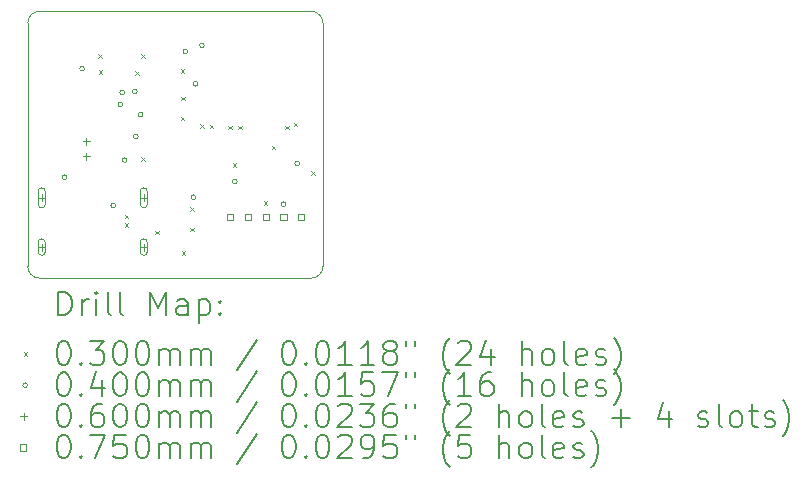
<source format=gbr>
%TF.GenerationSoftware,KiCad,Pcbnew,8.0.2*%
%TF.CreationDate,2024-05-27T23:47:05-07:00*%
%TF.ProjectId,uSlime,75536c69-6d65-42e6-9b69-6361645f7063,rev?*%
%TF.SameCoordinates,Original*%
%TF.FileFunction,Drillmap*%
%TF.FilePolarity,Positive*%
%FSLAX45Y45*%
G04 Gerber Fmt 4.5, Leading zero omitted, Abs format (unit mm)*
G04 Created by KiCad (PCBNEW 8.0.2) date 2024-05-27 23:47:05*
%MOMM*%
%LPD*%
G01*
G04 APERTURE LIST*
%ADD10C,0.050000*%
%ADD11C,0.200000*%
%ADD12C,0.100000*%
G04 APERTURE END LIST*
D10*
X12464289Y-8935711D02*
X10165000Y-8935000D01*
X10165000Y-11195000D02*
X12465000Y-11195000D01*
X12565000Y-11095000D02*
X12564289Y-9035711D01*
X10065000Y-9035000D02*
G75*
G02*
X10165000Y-8935000I100000J0D01*
G01*
X10065000Y-9035000D02*
X10065000Y-11095000D01*
X10165000Y-11195000D02*
G75*
G02*
X10065000Y-11095000I0J100000D01*
G01*
X12464289Y-8935711D02*
G75*
G02*
X12564289Y-9035711I1J-99999D01*
G01*
X12565000Y-11095000D02*
G75*
G02*
X12465000Y-11195000I-100000J0D01*
G01*
D11*
D12*
X10662700Y-9301036D02*
X10692700Y-9331036D01*
X10692700Y-9301036D02*
X10662700Y-9331036D01*
X10665000Y-9435000D02*
X10695000Y-9465000D01*
X10695000Y-9435000D02*
X10665000Y-9465000D01*
X10885000Y-10660000D02*
X10915000Y-10690000D01*
X10915000Y-10660000D02*
X10885000Y-10690000D01*
X10885000Y-10730000D02*
X10915000Y-10760000D01*
X10915000Y-10730000D02*
X10885000Y-10760000D01*
X10975000Y-9445000D02*
X11005000Y-9475000D01*
X11005000Y-9445000D02*
X10975000Y-9475000D01*
X11025250Y-10171563D02*
X11055250Y-10201563D01*
X11055250Y-10171563D02*
X11025250Y-10201563D01*
X11025300Y-9297700D02*
X11055300Y-9327700D01*
X11055300Y-9297700D02*
X11025300Y-9327700D01*
X11145000Y-10795000D02*
X11175000Y-10825000D01*
X11175000Y-10795000D02*
X11145000Y-10825000D01*
X11360000Y-9425000D02*
X11390000Y-9455000D01*
X11390000Y-9425000D02*
X11360000Y-9455000D01*
X11361700Y-9826700D02*
X11391700Y-9856700D01*
X11391700Y-9826700D02*
X11361700Y-9856700D01*
X11365000Y-9660000D02*
X11395000Y-9690000D01*
X11395000Y-9660000D02*
X11365000Y-9690000D01*
X11370000Y-10965000D02*
X11400000Y-10995000D01*
X11400000Y-10965000D02*
X11370000Y-10995000D01*
X11440000Y-10595000D02*
X11470000Y-10625000D01*
X11470000Y-10595000D02*
X11440000Y-10625000D01*
X11440000Y-10770000D02*
X11470000Y-10800000D01*
X11470000Y-10770000D02*
X11440000Y-10800000D01*
X11525403Y-9890403D02*
X11555403Y-9920403D01*
X11555403Y-9890403D02*
X11525403Y-9920403D01*
X11605000Y-9896422D02*
X11635000Y-9926422D01*
X11635000Y-9896422D02*
X11605000Y-9926422D01*
X11761700Y-9903300D02*
X11791700Y-9933300D01*
X11791700Y-9903300D02*
X11761700Y-9933300D01*
X11802000Y-10223000D02*
X11832000Y-10253000D01*
X11832000Y-10223000D02*
X11802000Y-10253000D01*
X11845000Y-9905000D02*
X11875000Y-9935000D01*
X11875000Y-9905000D02*
X11845000Y-9935000D01*
X12064500Y-10545500D02*
X12094500Y-10575500D01*
X12094500Y-10545500D02*
X12064500Y-10575500D01*
X12130495Y-10072598D02*
X12160495Y-10102598D01*
X12160495Y-10072598D02*
X12130495Y-10102598D01*
X12245000Y-9902700D02*
X12275000Y-9932700D01*
X12275000Y-9902700D02*
X12245000Y-9932700D01*
X12317500Y-9877500D02*
X12347500Y-9907500D01*
X12347500Y-9877500D02*
X12317500Y-9907500D01*
X12467463Y-10290224D02*
X12497463Y-10320224D01*
X12497463Y-10290224D02*
X12467463Y-10320224D01*
X10395000Y-10340000D02*
G75*
G02*
X10355000Y-10340000I-20000J0D01*
G01*
X10355000Y-10340000D02*
G75*
G02*
X10395000Y-10340000I20000J0D01*
G01*
X10545000Y-9422500D02*
G75*
G02*
X10505000Y-9422500I-20000J0D01*
G01*
X10505000Y-9422500D02*
G75*
G02*
X10545000Y-9422500I20000J0D01*
G01*
X10810000Y-10580000D02*
G75*
G02*
X10770000Y-10580000I-20000J0D01*
G01*
X10770000Y-10580000D02*
G75*
G02*
X10810000Y-10580000I20000J0D01*
G01*
X10870000Y-9725000D02*
G75*
G02*
X10830000Y-9725000I-20000J0D01*
G01*
X10830000Y-9725000D02*
G75*
G02*
X10870000Y-9725000I20000J0D01*
G01*
X10885000Y-9625000D02*
G75*
G02*
X10845000Y-9625000I-20000J0D01*
G01*
X10845000Y-9625000D02*
G75*
G02*
X10885000Y-9625000I20000J0D01*
G01*
X10905000Y-10195000D02*
G75*
G02*
X10865000Y-10195000I-20000J0D01*
G01*
X10865000Y-10195000D02*
G75*
G02*
X10905000Y-10195000I20000J0D01*
G01*
X10991833Y-9614860D02*
G75*
G02*
X10951833Y-9614860I-20000J0D01*
G01*
X10951833Y-9614860D02*
G75*
G02*
X10991833Y-9614860I20000J0D01*
G01*
X11000000Y-9995000D02*
G75*
G02*
X10960000Y-9995000I-20000J0D01*
G01*
X10960000Y-9995000D02*
G75*
G02*
X11000000Y-9995000I20000J0D01*
G01*
X11040000Y-9810000D02*
G75*
G02*
X11000000Y-9810000I-20000J0D01*
G01*
X11000000Y-9810000D02*
G75*
G02*
X11040000Y-9810000I20000J0D01*
G01*
X11420000Y-9275000D02*
G75*
G02*
X11380000Y-9275000I-20000J0D01*
G01*
X11380000Y-9275000D02*
G75*
G02*
X11420000Y-9275000I20000J0D01*
G01*
X11487160Y-10510000D02*
G75*
G02*
X11447160Y-10510000I-20000J0D01*
G01*
X11447160Y-10510000D02*
G75*
G02*
X11487160Y-10510000I20000J0D01*
G01*
X11505000Y-9550000D02*
G75*
G02*
X11465000Y-9550000I-20000J0D01*
G01*
X11465000Y-9550000D02*
G75*
G02*
X11505000Y-9550000I20000J0D01*
G01*
X11560000Y-9225000D02*
G75*
G02*
X11520000Y-9225000I-20000J0D01*
G01*
X11520000Y-9225000D02*
G75*
G02*
X11560000Y-9225000I20000J0D01*
G01*
X11837700Y-10375000D02*
G75*
G02*
X11797700Y-10375000I-20000J0D01*
G01*
X11797700Y-10375000D02*
G75*
G02*
X11837700Y-10375000I20000J0D01*
G01*
X12250000Y-10567700D02*
G75*
G02*
X12210000Y-10567700I-20000J0D01*
G01*
X12210000Y-10567700D02*
G75*
G02*
X12250000Y-10567700I20000J0D01*
G01*
X12366494Y-10226122D02*
G75*
G02*
X12326494Y-10226122I-20000J0D01*
G01*
X12326494Y-10226122D02*
G75*
G02*
X12366494Y-10226122I20000J0D01*
G01*
X10183000Y-10484500D02*
X10183000Y-10544500D01*
X10153000Y-10514500D02*
X10213000Y-10514500D01*
X10153000Y-10459500D02*
X10153000Y-10569500D01*
X10213000Y-10569500D02*
G75*
G02*
X10153000Y-10569500I-30000J0D01*
G01*
X10213000Y-10569500D02*
X10213000Y-10459500D01*
X10213000Y-10459500D02*
G75*
G03*
X10153000Y-10459500I-30000J0D01*
G01*
X10183000Y-10902500D02*
X10183000Y-10962500D01*
X10153000Y-10932500D02*
X10213000Y-10932500D01*
X10153000Y-10892500D02*
X10153000Y-10972500D01*
X10213000Y-10972500D02*
G75*
G02*
X10153000Y-10972500I-30000J0D01*
G01*
X10213000Y-10972500D02*
X10213000Y-10892500D01*
X10213000Y-10892500D02*
G75*
G03*
X10153000Y-10892500I-30000J0D01*
G01*
X10561900Y-10007500D02*
X10561900Y-10067500D01*
X10531900Y-10037500D02*
X10591900Y-10037500D01*
X10561900Y-10132500D02*
X10561900Y-10192500D01*
X10531900Y-10162500D02*
X10591900Y-10162500D01*
X11047000Y-10484500D02*
X11047000Y-10544500D01*
X11017000Y-10514500D02*
X11077000Y-10514500D01*
X11017000Y-10459500D02*
X11017000Y-10569500D01*
X11077000Y-10569500D02*
G75*
G02*
X11017000Y-10569500I-30000J0D01*
G01*
X11077000Y-10569500D02*
X11077000Y-10459500D01*
X11077000Y-10459500D02*
G75*
G03*
X11017000Y-10459500I-30000J0D01*
G01*
X11047000Y-10902500D02*
X11047000Y-10962500D01*
X11017000Y-10932500D02*
X11077000Y-10932500D01*
X11017000Y-10892500D02*
X11017000Y-10972500D01*
X11077000Y-10972500D02*
G75*
G02*
X11017000Y-10972500I-30000J0D01*
G01*
X11077000Y-10972500D02*
X11077000Y-10892500D01*
X11077000Y-10892500D02*
G75*
G03*
X11017000Y-10892500I-30000J0D01*
G01*
X11806017Y-10706517D02*
X11806017Y-10653483D01*
X11752983Y-10653483D01*
X11752983Y-10706517D01*
X11806017Y-10706517D01*
X11956017Y-10706517D02*
X11956017Y-10653483D01*
X11902983Y-10653483D01*
X11902983Y-10706517D01*
X11956017Y-10706517D01*
X12106017Y-10706517D02*
X12106017Y-10653483D01*
X12052983Y-10653483D01*
X12052983Y-10706517D01*
X12106017Y-10706517D01*
X12256017Y-10706517D02*
X12256017Y-10653483D01*
X12202983Y-10653483D01*
X12202983Y-10706517D01*
X12256017Y-10706517D01*
X12406017Y-10706517D02*
X12406017Y-10653483D01*
X12352983Y-10653483D01*
X12352983Y-10706517D01*
X12406017Y-10706517D01*
D11*
X10323277Y-11508984D02*
X10323277Y-11308984D01*
X10323277Y-11308984D02*
X10370896Y-11308984D01*
X10370896Y-11308984D02*
X10399467Y-11318508D01*
X10399467Y-11318508D02*
X10418515Y-11337555D01*
X10418515Y-11337555D02*
X10428039Y-11356603D01*
X10428039Y-11356603D02*
X10437563Y-11394698D01*
X10437563Y-11394698D02*
X10437563Y-11423269D01*
X10437563Y-11423269D02*
X10428039Y-11461365D01*
X10428039Y-11461365D02*
X10418515Y-11480412D01*
X10418515Y-11480412D02*
X10399467Y-11499460D01*
X10399467Y-11499460D02*
X10370896Y-11508984D01*
X10370896Y-11508984D02*
X10323277Y-11508984D01*
X10523277Y-11508984D02*
X10523277Y-11375650D01*
X10523277Y-11413746D02*
X10532801Y-11394698D01*
X10532801Y-11394698D02*
X10542324Y-11385174D01*
X10542324Y-11385174D02*
X10561372Y-11375650D01*
X10561372Y-11375650D02*
X10580420Y-11375650D01*
X10647086Y-11508984D02*
X10647086Y-11375650D01*
X10647086Y-11308984D02*
X10637563Y-11318508D01*
X10637563Y-11318508D02*
X10647086Y-11328031D01*
X10647086Y-11328031D02*
X10656610Y-11318508D01*
X10656610Y-11318508D02*
X10647086Y-11308984D01*
X10647086Y-11308984D02*
X10647086Y-11328031D01*
X10770896Y-11508984D02*
X10751848Y-11499460D01*
X10751848Y-11499460D02*
X10742324Y-11480412D01*
X10742324Y-11480412D02*
X10742324Y-11308984D01*
X10875658Y-11508984D02*
X10856610Y-11499460D01*
X10856610Y-11499460D02*
X10847086Y-11480412D01*
X10847086Y-11480412D02*
X10847086Y-11308984D01*
X11104229Y-11508984D02*
X11104229Y-11308984D01*
X11104229Y-11308984D02*
X11170896Y-11451841D01*
X11170896Y-11451841D02*
X11237562Y-11308984D01*
X11237562Y-11308984D02*
X11237562Y-11508984D01*
X11418515Y-11508984D02*
X11418515Y-11404222D01*
X11418515Y-11404222D02*
X11408991Y-11385174D01*
X11408991Y-11385174D02*
X11389943Y-11375650D01*
X11389943Y-11375650D02*
X11351848Y-11375650D01*
X11351848Y-11375650D02*
X11332801Y-11385174D01*
X11418515Y-11499460D02*
X11399467Y-11508984D01*
X11399467Y-11508984D02*
X11351848Y-11508984D01*
X11351848Y-11508984D02*
X11332801Y-11499460D01*
X11332801Y-11499460D02*
X11323277Y-11480412D01*
X11323277Y-11480412D02*
X11323277Y-11461365D01*
X11323277Y-11461365D02*
X11332801Y-11442317D01*
X11332801Y-11442317D02*
X11351848Y-11432793D01*
X11351848Y-11432793D02*
X11399467Y-11432793D01*
X11399467Y-11432793D02*
X11418515Y-11423269D01*
X11513753Y-11375650D02*
X11513753Y-11575650D01*
X11513753Y-11385174D02*
X11532801Y-11375650D01*
X11532801Y-11375650D02*
X11570896Y-11375650D01*
X11570896Y-11375650D02*
X11589943Y-11385174D01*
X11589943Y-11385174D02*
X11599467Y-11394698D01*
X11599467Y-11394698D02*
X11608991Y-11413746D01*
X11608991Y-11413746D02*
X11608991Y-11470888D01*
X11608991Y-11470888D02*
X11599467Y-11489936D01*
X11599467Y-11489936D02*
X11589943Y-11499460D01*
X11589943Y-11499460D02*
X11570896Y-11508984D01*
X11570896Y-11508984D02*
X11532801Y-11508984D01*
X11532801Y-11508984D02*
X11513753Y-11499460D01*
X11694705Y-11489936D02*
X11704229Y-11499460D01*
X11704229Y-11499460D02*
X11694705Y-11508984D01*
X11694705Y-11508984D02*
X11685182Y-11499460D01*
X11685182Y-11499460D02*
X11694705Y-11489936D01*
X11694705Y-11489936D02*
X11694705Y-11508984D01*
X11694705Y-11385174D02*
X11704229Y-11394698D01*
X11704229Y-11394698D02*
X11694705Y-11404222D01*
X11694705Y-11404222D02*
X11685182Y-11394698D01*
X11685182Y-11394698D02*
X11694705Y-11385174D01*
X11694705Y-11385174D02*
X11694705Y-11404222D01*
D12*
X10032500Y-11822500D02*
X10062500Y-11852500D01*
X10062500Y-11822500D02*
X10032500Y-11852500D01*
D11*
X10361372Y-11728984D02*
X10380420Y-11728984D01*
X10380420Y-11728984D02*
X10399467Y-11738508D01*
X10399467Y-11738508D02*
X10408991Y-11748031D01*
X10408991Y-11748031D02*
X10418515Y-11767079D01*
X10418515Y-11767079D02*
X10428039Y-11805174D01*
X10428039Y-11805174D02*
X10428039Y-11852793D01*
X10428039Y-11852793D02*
X10418515Y-11890888D01*
X10418515Y-11890888D02*
X10408991Y-11909936D01*
X10408991Y-11909936D02*
X10399467Y-11919460D01*
X10399467Y-11919460D02*
X10380420Y-11928984D01*
X10380420Y-11928984D02*
X10361372Y-11928984D01*
X10361372Y-11928984D02*
X10342324Y-11919460D01*
X10342324Y-11919460D02*
X10332801Y-11909936D01*
X10332801Y-11909936D02*
X10323277Y-11890888D01*
X10323277Y-11890888D02*
X10313753Y-11852793D01*
X10313753Y-11852793D02*
X10313753Y-11805174D01*
X10313753Y-11805174D02*
X10323277Y-11767079D01*
X10323277Y-11767079D02*
X10332801Y-11748031D01*
X10332801Y-11748031D02*
X10342324Y-11738508D01*
X10342324Y-11738508D02*
X10361372Y-11728984D01*
X10513753Y-11909936D02*
X10523277Y-11919460D01*
X10523277Y-11919460D02*
X10513753Y-11928984D01*
X10513753Y-11928984D02*
X10504229Y-11919460D01*
X10504229Y-11919460D02*
X10513753Y-11909936D01*
X10513753Y-11909936D02*
X10513753Y-11928984D01*
X10589944Y-11728984D02*
X10713753Y-11728984D01*
X10713753Y-11728984D02*
X10647086Y-11805174D01*
X10647086Y-11805174D02*
X10675658Y-11805174D01*
X10675658Y-11805174D02*
X10694705Y-11814698D01*
X10694705Y-11814698D02*
X10704229Y-11824222D01*
X10704229Y-11824222D02*
X10713753Y-11843269D01*
X10713753Y-11843269D02*
X10713753Y-11890888D01*
X10713753Y-11890888D02*
X10704229Y-11909936D01*
X10704229Y-11909936D02*
X10694705Y-11919460D01*
X10694705Y-11919460D02*
X10675658Y-11928984D01*
X10675658Y-11928984D02*
X10618515Y-11928984D01*
X10618515Y-11928984D02*
X10599467Y-11919460D01*
X10599467Y-11919460D02*
X10589944Y-11909936D01*
X10837563Y-11728984D02*
X10856610Y-11728984D01*
X10856610Y-11728984D02*
X10875658Y-11738508D01*
X10875658Y-11738508D02*
X10885182Y-11748031D01*
X10885182Y-11748031D02*
X10894705Y-11767079D01*
X10894705Y-11767079D02*
X10904229Y-11805174D01*
X10904229Y-11805174D02*
X10904229Y-11852793D01*
X10904229Y-11852793D02*
X10894705Y-11890888D01*
X10894705Y-11890888D02*
X10885182Y-11909936D01*
X10885182Y-11909936D02*
X10875658Y-11919460D01*
X10875658Y-11919460D02*
X10856610Y-11928984D01*
X10856610Y-11928984D02*
X10837563Y-11928984D01*
X10837563Y-11928984D02*
X10818515Y-11919460D01*
X10818515Y-11919460D02*
X10808991Y-11909936D01*
X10808991Y-11909936D02*
X10799467Y-11890888D01*
X10799467Y-11890888D02*
X10789944Y-11852793D01*
X10789944Y-11852793D02*
X10789944Y-11805174D01*
X10789944Y-11805174D02*
X10799467Y-11767079D01*
X10799467Y-11767079D02*
X10808991Y-11748031D01*
X10808991Y-11748031D02*
X10818515Y-11738508D01*
X10818515Y-11738508D02*
X10837563Y-11728984D01*
X11028039Y-11728984D02*
X11047086Y-11728984D01*
X11047086Y-11728984D02*
X11066134Y-11738508D01*
X11066134Y-11738508D02*
X11075658Y-11748031D01*
X11075658Y-11748031D02*
X11085182Y-11767079D01*
X11085182Y-11767079D02*
X11094705Y-11805174D01*
X11094705Y-11805174D02*
X11094705Y-11852793D01*
X11094705Y-11852793D02*
X11085182Y-11890888D01*
X11085182Y-11890888D02*
X11075658Y-11909936D01*
X11075658Y-11909936D02*
X11066134Y-11919460D01*
X11066134Y-11919460D02*
X11047086Y-11928984D01*
X11047086Y-11928984D02*
X11028039Y-11928984D01*
X11028039Y-11928984D02*
X11008991Y-11919460D01*
X11008991Y-11919460D02*
X10999467Y-11909936D01*
X10999467Y-11909936D02*
X10989944Y-11890888D01*
X10989944Y-11890888D02*
X10980420Y-11852793D01*
X10980420Y-11852793D02*
X10980420Y-11805174D01*
X10980420Y-11805174D02*
X10989944Y-11767079D01*
X10989944Y-11767079D02*
X10999467Y-11748031D01*
X10999467Y-11748031D02*
X11008991Y-11738508D01*
X11008991Y-11738508D02*
X11028039Y-11728984D01*
X11180420Y-11928984D02*
X11180420Y-11795650D01*
X11180420Y-11814698D02*
X11189943Y-11805174D01*
X11189943Y-11805174D02*
X11208991Y-11795650D01*
X11208991Y-11795650D02*
X11237563Y-11795650D01*
X11237563Y-11795650D02*
X11256610Y-11805174D01*
X11256610Y-11805174D02*
X11266134Y-11824222D01*
X11266134Y-11824222D02*
X11266134Y-11928984D01*
X11266134Y-11824222D02*
X11275658Y-11805174D01*
X11275658Y-11805174D02*
X11294705Y-11795650D01*
X11294705Y-11795650D02*
X11323277Y-11795650D01*
X11323277Y-11795650D02*
X11342324Y-11805174D01*
X11342324Y-11805174D02*
X11351848Y-11824222D01*
X11351848Y-11824222D02*
X11351848Y-11928984D01*
X11447086Y-11928984D02*
X11447086Y-11795650D01*
X11447086Y-11814698D02*
X11456610Y-11805174D01*
X11456610Y-11805174D02*
X11475658Y-11795650D01*
X11475658Y-11795650D02*
X11504229Y-11795650D01*
X11504229Y-11795650D02*
X11523277Y-11805174D01*
X11523277Y-11805174D02*
X11532801Y-11824222D01*
X11532801Y-11824222D02*
X11532801Y-11928984D01*
X11532801Y-11824222D02*
X11542324Y-11805174D01*
X11542324Y-11805174D02*
X11561372Y-11795650D01*
X11561372Y-11795650D02*
X11589943Y-11795650D01*
X11589943Y-11795650D02*
X11608991Y-11805174D01*
X11608991Y-11805174D02*
X11618515Y-11824222D01*
X11618515Y-11824222D02*
X11618515Y-11928984D01*
X12008991Y-11719460D02*
X11837563Y-11976603D01*
X12266134Y-11728984D02*
X12285182Y-11728984D01*
X12285182Y-11728984D02*
X12304229Y-11738508D01*
X12304229Y-11738508D02*
X12313753Y-11748031D01*
X12313753Y-11748031D02*
X12323277Y-11767079D01*
X12323277Y-11767079D02*
X12332801Y-11805174D01*
X12332801Y-11805174D02*
X12332801Y-11852793D01*
X12332801Y-11852793D02*
X12323277Y-11890888D01*
X12323277Y-11890888D02*
X12313753Y-11909936D01*
X12313753Y-11909936D02*
X12304229Y-11919460D01*
X12304229Y-11919460D02*
X12285182Y-11928984D01*
X12285182Y-11928984D02*
X12266134Y-11928984D01*
X12266134Y-11928984D02*
X12247086Y-11919460D01*
X12247086Y-11919460D02*
X12237563Y-11909936D01*
X12237563Y-11909936D02*
X12228039Y-11890888D01*
X12228039Y-11890888D02*
X12218515Y-11852793D01*
X12218515Y-11852793D02*
X12218515Y-11805174D01*
X12218515Y-11805174D02*
X12228039Y-11767079D01*
X12228039Y-11767079D02*
X12237563Y-11748031D01*
X12237563Y-11748031D02*
X12247086Y-11738508D01*
X12247086Y-11738508D02*
X12266134Y-11728984D01*
X12418515Y-11909936D02*
X12428039Y-11919460D01*
X12428039Y-11919460D02*
X12418515Y-11928984D01*
X12418515Y-11928984D02*
X12408991Y-11919460D01*
X12408991Y-11919460D02*
X12418515Y-11909936D01*
X12418515Y-11909936D02*
X12418515Y-11928984D01*
X12551848Y-11728984D02*
X12570896Y-11728984D01*
X12570896Y-11728984D02*
X12589944Y-11738508D01*
X12589944Y-11738508D02*
X12599467Y-11748031D01*
X12599467Y-11748031D02*
X12608991Y-11767079D01*
X12608991Y-11767079D02*
X12618515Y-11805174D01*
X12618515Y-11805174D02*
X12618515Y-11852793D01*
X12618515Y-11852793D02*
X12608991Y-11890888D01*
X12608991Y-11890888D02*
X12599467Y-11909936D01*
X12599467Y-11909936D02*
X12589944Y-11919460D01*
X12589944Y-11919460D02*
X12570896Y-11928984D01*
X12570896Y-11928984D02*
X12551848Y-11928984D01*
X12551848Y-11928984D02*
X12532801Y-11919460D01*
X12532801Y-11919460D02*
X12523277Y-11909936D01*
X12523277Y-11909936D02*
X12513753Y-11890888D01*
X12513753Y-11890888D02*
X12504229Y-11852793D01*
X12504229Y-11852793D02*
X12504229Y-11805174D01*
X12504229Y-11805174D02*
X12513753Y-11767079D01*
X12513753Y-11767079D02*
X12523277Y-11748031D01*
X12523277Y-11748031D02*
X12532801Y-11738508D01*
X12532801Y-11738508D02*
X12551848Y-11728984D01*
X12808991Y-11928984D02*
X12694706Y-11928984D01*
X12751848Y-11928984D02*
X12751848Y-11728984D01*
X12751848Y-11728984D02*
X12732801Y-11757555D01*
X12732801Y-11757555D02*
X12713753Y-11776603D01*
X12713753Y-11776603D02*
X12694706Y-11786127D01*
X12999467Y-11928984D02*
X12885182Y-11928984D01*
X12942325Y-11928984D02*
X12942325Y-11728984D01*
X12942325Y-11728984D02*
X12923277Y-11757555D01*
X12923277Y-11757555D02*
X12904229Y-11776603D01*
X12904229Y-11776603D02*
X12885182Y-11786127D01*
X13113753Y-11814698D02*
X13094706Y-11805174D01*
X13094706Y-11805174D02*
X13085182Y-11795650D01*
X13085182Y-11795650D02*
X13075658Y-11776603D01*
X13075658Y-11776603D02*
X13075658Y-11767079D01*
X13075658Y-11767079D02*
X13085182Y-11748031D01*
X13085182Y-11748031D02*
X13094706Y-11738508D01*
X13094706Y-11738508D02*
X13113753Y-11728984D01*
X13113753Y-11728984D02*
X13151848Y-11728984D01*
X13151848Y-11728984D02*
X13170896Y-11738508D01*
X13170896Y-11738508D02*
X13180420Y-11748031D01*
X13180420Y-11748031D02*
X13189944Y-11767079D01*
X13189944Y-11767079D02*
X13189944Y-11776603D01*
X13189944Y-11776603D02*
X13180420Y-11795650D01*
X13180420Y-11795650D02*
X13170896Y-11805174D01*
X13170896Y-11805174D02*
X13151848Y-11814698D01*
X13151848Y-11814698D02*
X13113753Y-11814698D01*
X13113753Y-11814698D02*
X13094706Y-11824222D01*
X13094706Y-11824222D02*
X13085182Y-11833746D01*
X13085182Y-11833746D02*
X13075658Y-11852793D01*
X13075658Y-11852793D02*
X13075658Y-11890888D01*
X13075658Y-11890888D02*
X13085182Y-11909936D01*
X13085182Y-11909936D02*
X13094706Y-11919460D01*
X13094706Y-11919460D02*
X13113753Y-11928984D01*
X13113753Y-11928984D02*
X13151848Y-11928984D01*
X13151848Y-11928984D02*
X13170896Y-11919460D01*
X13170896Y-11919460D02*
X13180420Y-11909936D01*
X13180420Y-11909936D02*
X13189944Y-11890888D01*
X13189944Y-11890888D02*
X13189944Y-11852793D01*
X13189944Y-11852793D02*
X13180420Y-11833746D01*
X13180420Y-11833746D02*
X13170896Y-11824222D01*
X13170896Y-11824222D02*
X13151848Y-11814698D01*
X13266134Y-11728984D02*
X13266134Y-11767079D01*
X13342325Y-11728984D02*
X13342325Y-11767079D01*
X13637563Y-12005174D02*
X13628039Y-11995650D01*
X13628039Y-11995650D02*
X13608991Y-11967079D01*
X13608991Y-11967079D02*
X13599468Y-11948031D01*
X13599468Y-11948031D02*
X13589944Y-11919460D01*
X13589944Y-11919460D02*
X13580420Y-11871841D01*
X13580420Y-11871841D02*
X13580420Y-11833746D01*
X13580420Y-11833746D02*
X13589944Y-11786127D01*
X13589944Y-11786127D02*
X13599468Y-11757555D01*
X13599468Y-11757555D02*
X13608991Y-11738508D01*
X13608991Y-11738508D02*
X13628039Y-11709936D01*
X13628039Y-11709936D02*
X13637563Y-11700412D01*
X13704229Y-11748031D02*
X13713753Y-11738508D01*
X13713753Y-11738508D02*
X13732801Y-11728984D01*
X13732801Y-11728984D02*
X13780420Y-11728984D01*
X13780420Y-11728984D02*
X13799468Y-11738508D01*
X13799468Y-11738508D02*
X13808991Y-11748031D01*
X13808991Y-11748031D02*
X13818515Y-11767079D01*
X13818515Y-11767079D02*
X13818515Y-11786127D01*
X13818515Y-11786127D02*
X13808991Y-11814698D01*
X13808991Y-11814698D02*
X13694706Y-11928984D01*
X13694706Y-11928984D02*
X13818515Y-11928984D01*
X13989944Y-11795650D02*
X13989944Y-11928984D01*
X13942325Y-11719460D02*
X13894706Y-11862317D01*
X13894706Y-11862317D02*
X14018515Y-11862317D01*
X14247087Y-11928984D02*
X14247087Y-11728984D01*
X14332801Y-11928984D02*
X14332801Y-11824222D01*
X14332801Y-11824222D02*
X14323277Y-11805174D01*
X14323277Y-11805174D02*
X14304230Y-11795650D01*
X14304230Y-11795650D02*
X14275658Y-11795650D01*
X14275658Y-11795650D02*
X14256610Y-11805174D01*
X14256610Y-11805174D02*
X14247087Y-11814698D01*
X14456610Y-11928984D02*
X14437563Y-11919460D01*
X14437563Y-11919460D02*
X14428039Y-11909936D01*
X14428039Y-11909936D02*
X14418515Y-11890888D01*
X14418515Y-11890888D02*
X14418515Y-11833746D01*
X14418515Y-11833746D02*
X14428039Y-11814698D01*
X14428039Y-11814698D02*
X14437563Y-11805174D01*
X14437563Y-11805174D02*
X14456610Y-11795650D01*
X14456610Y-11795650D02*
X14485182Y-11795650D01*
X14485182Y-11795650D02*
X14504230Y-11805174D01*
X14504230Y-11805174D02*
X14513753Y-11814698D01*
X14513753Y-11814698D02*
X14523277Y-11833746D01*
X14523277Y-11833746D02*
X14523277Y-11890888D01*
X14523277Y-11890888D02*
X14513753Y-11909936D01*
X14513753Y-11909936D02*
X14504230Y-11919460D01*
X14504230Y-11919460D02*
X14485182Y-11928984D01*
X14485182Y-11928984D02*
X14456610Y-11928984D01*
X14637563Y-11928984D02*
X14618515Y-11919460D01*
X14618515Y-11919460D02*
X14608991Y-11900412D01*
X14608991Y-11900412D02*
X14608991Y-11728984D01*
X14789944Y-11919460D02*
X14770896Y-11928984D01*
X14770896Y-11928984D02*
X14732801Y-11928984D01*
X14732801Y-11928984D02*
X14713753Y-11919460D01*
X14713753Y-11919460D02*
X14704230Y-11900412D01*
X14704230Y-11900412D02*
X14704230Y-11824222D01*
X14704230Y-11824222D02*
X14713753Y-11805174D01*
X14713753Y-11805174D02*
X14732801Y-11795650D01*
X14732801Y-11795650D02*
X14770896Y-11795650D01*
X14770896Y-11795650D02*
X14789944Y-11805174D01*
X14789944Y-11805174D02*
X14799468Y-11824222D01*
X14799468Y-11824222D02*
X14799468Y-11843269D01*
X14799468Y-11843269D02*
X14704230Y-11862317D01*
X14875658Y-11919460D02*
X14894706Y-11928984D01*
X14894706Y-11928984D02*
X14932801Y-11928984D01*
X14932801Y-11928984D02*
X14951849Y-11919460D01*
X14951849Y-11919460D02*
X14961372Y-11900412D01*
X14961372Y-11900412D02*
X14961372Y-11890888D01*
X14961372Y-11890888D02*
X14951849Y-11871841D01*
X14951849Y-11871841D02*
X14932801Y-11862317D01*
X14932801Y-11862317D02*
X14904230Y-11862317D01*
X14904230Y-11862317D02*
X14885182Y-11852793D01*
X14885182Y-11852793D02*
X14875658Y-11833746D01*
X14875658Y-11833746D02*
X14875658Y-11824222D01*
X14875658Y-11824222D02*
X14885182Y-11805174D01*
X14885182Y-11805174D02*
X14904230Y-11795650D01*
X14904230Y-11795650D02*
X14932801Y-11795650D01*
X14932801Y-11795650D02*
X14951849Y-11805174D01*
X15028039Y-12005174D02*
X15037563Y-11995650D01*
X15037563Y-11995650D02*
X15056611Y-11967079D01*
X15056611Y-11967079D02*
X15066134Y-11948031D01*
X15066134Y-11948031D02*
X15075658Y-11919460D01*
X15075658Y-11919460D02*
X15085182Y-11871841D01*
X15085182Y-11871841D02*
X15085182Y-11833746D01*
X15085182Y-11833746D02*
X15075658Y-11786127D01*
X15075658Y-11786127D02*
X15066134Y-11757555D01*
X15066134Y-11757555D02*
X15056611Y-11738508D01*
X15056611Y-11738508D02*
X15037563Y-11709936D01*
X15037563Y-11709936D02*
X15028039Y-11700412D01*
D12*
X10062500Y-12101500D02*
G75*
G02*
X10022500Y-12101500I-20000J0D01*
G01*
X10022500Y-12101500D02*
G75*
G02*
X10062500Y-12101500I20000J0D01*
G01*
D11*
X10361372Y-11992984D02*
X10380420Y-11992984D01*
X10380420Y-11992984D02*
X10399467Y-12002508D01*
X10399467Y-12002508D02*
X10408991Y-12012031D01*
X10408991Y-12012031D02*
X10418515Y-12031079D01*
X10418515Y-12031079D02*
X10428039Y-12069174D01*
X10428039Y-12069174D02*
X10428039Y-12116793D01*
X10428039Y-12116793D02*
X10418515Y-12154888D01*
X10418515Y-12154888D02*
X10408991Y-12173936D01*
X10408991Y-12173936D02*
X10399467Y-12183460D01*
X10399467Y-12183460D02*
X10380420Y-12192984D01*
X10380420Y-12192984D02*
X10361372Y-12192984D01*
X10361372Y-12192984D02*
X10342324Y-12183460D01*
X10342324Y-12183460D02*
X10332801Y-12173936D01*
X10332801Y-12173936D02*
X10323277Y-12154888D01*
X10323277Y-12154888D02*
X10313753Y-12116793D01*
X10313753Y-12116793D02*
X10313753Y-12069174D01*
X10313753Y-12069174D02*
X10323277Y-12031079D01*
X10323277Y-12031079D02*
X10332801Y-12012031D01*
X10332801Y-12012031D02*
X10342324Y-12002508D01*
X10342324Y-12002508D02*
X10361372Y-11992984D01*
X10513753Y-12173936D02*
X10523277Y-12183460D01*
X10523277Y-12183460D02*
X10513753Y-12192984D01*
X10513753Y-12192984D02*
X10504229Y-12183460D01*
X10504229Y-12183460D02*
X10513753Y-12173936D01*
X10513753Y-12173936D02*
X10513753Y-12192984D01*
X10694705Y-12059650D02*
X10694705Y-12192984D01*
X10647086Y-11983460D02*
X10599467Y-12126317D01*
X10599467Y-12126317D02*
X10723277Y-12126317D01*
X10837563Y-11992984D02*
X10856610Y-11992984D01*
X10856610Y-11992984D02*
X10875658Y-12002508D01*
X10875658Y-12002508D02*
X10885182Y-12012031D01*
X10885182Y-12012031D02*
X10894705Y-12031079D01*
X10894705Y-12031079D02*
X10904229Y-12069174D01*
X10904229Y-12069174D02*
X10904229Y-12116793D01*
X10904229Y-12116793D02*
X10894705Y-12154888D01*
X10894705Y-12154888D02*
X10885182Y-12173936D01*
X10885182Y-12173936D02*
X10875658Y-12183460D01*
X10875658Y-12183460D02*
X10856610Y-12192984D01*
X10856610Y-12192984D02*
X10837563Y-12192984D01*
X10837563Y-12192984D02*
X10818515Y-12183460D01*
X10818515Y-12183460D02*
X10808991Y-12173936D01*
X10808991Y-12173936D02*
X10799467Y-12154888D01*
X10799467Y-12154888D02*
X10789944Y-12116793D01*
X10789944Y-12116793D02*
X10789944Y-12069174D01*
X10789944Y-12069174D02*
X10799467Y-12031079D01*
X10799467Y-12031079D02*
X10808991Y-12012031D01*
X10808991Y-12012031D02*
X10818515Y-12002508D01*
X10818515Y-12002508D02*
X10837563Y-11992984D01*
X11028039Y-11992984D02*
X11047086Y-11992984D01*
X11047086Y-11992984D02*
X11066134Y-12002508D01*
X11066134Y-12002508D02*
X11075658Y-12012031D01*
X11075658Y-12012031D02*
X11085182Y-12031079D01*
X11085182Y-12031079D02*
X11094705Y-12069174D01*
X11094705Y-12069174D02*
X11094705Y-12116793D01*
X11094705Y-12116793D02*
X11085182Y-12154888D01*
X11085182Y-12154888D02*
X11075658Y-12173936D01*
X11075658Y-12173936D02*
X11066134Y-12183460D01*
X11066134Y-12183460D02*
X11047086Y-12192984D01*
X11047086Y-12192984D02*
X11028039Y-12192984D01*
X11028039Y-12192984D02*
X11008991Y-12183460D01*
X11008991Y-12183460D02*
X10999467Y-12173936D01*
X10999467Y-12173936D02*
X10989944Y-12154888D01*
X10989944Y-12154888D02*
X10980420Y-12116793D01*
X10980420Y-12116793D02*
X10980420Y-12069174D01*
X10980420Y-12069174D02*
X10989944Y-12031079D01*
X10989944Y-12031079D02*
X10999467Y-12012031D01*
X10999467Y-12012031D02*
X11008991Y-12002508D01*
X11008991Y-12002508D02*
X11028039Y-11992984D01*
X11180420Y-12192984D02*
X11180420Y-12059650D01*
X11180420Y-12078698D02*
X11189943Y-12069174D01*
X11189943Y-12069174D02*
X11208991Y-12059650D01*
X11208991Y-12059650D02*
X11237563Y-12059650D01*
X11237563Y-12059650D02*
X11256610Y-12069174D01*
X11256610Y-12069174D02*
X11266134Y-12088222D01*
X11266134Y-12088222D02*
X11266134Y-12192984D01*
X11266134Y-12088222D02*
X11275658Y-12069174D01*
X11275658Y-12069174D02*
X11294705Y-12059650D01*
X11294705Y-12059650D02*
X11323277Y-12059650D01*
X11323277Y-12059650D02*
X11342324Y-12069174D01*
X11342324Y-12069174D02*
X11351848Y-12088222D01*
X11351848Y-12088222D02*
X11351848Y-12192984D01*
X11447086Y-12192984D02*
X11447086Y-12059650D01*
X11447086Y-12078698D02*
X11456610Y-12069174D01*
X11456610Y-12069174D02*
X11475658Y-12059650D01*
X11475658Y-12059650D02*
X11504229Y-12059650D01*
X11504229Y-12059650D02*
X11523277Y-12069174D01*
X11523277Y-12069174D02*
X11532801Y-12088222D01*
X11532801Y-12088222D02*
X11532801Y-12192984D01*
X11532801Y-12088222D02*
X11542324Y-12069174D01*
X11542324Y-12069174D02*
X11561372Y-12059650D01*
X11561372Y-12059650D02*
X11589943Y-12059650D01*
X11589943Y-12059650D02*
X11608991Y-12069174D01*
X11608991Y-12069174D02*
X11618515Y-12088222D01*
X11618515Y-12088222D02*
X11618515Y-12192984D01*
X12008991Y-11983460D02*
X11837563Y-12240603D01*
X12266134Y-11992984D02*
X12285182Y-11992984D01*
X12285182Y-11992984D02*
X12304229Y-12002508D01*
X12304229Y-12002508D02*
X12313753Y-12012031D01*
X12313753Y-12012031D02*
X12323277Y-12031079D01*
X12323277Y-12031079D02*
X12332801Y-12069174D01*
X12332801Y-12069174D02*
X12332801Y-12116793D01*
X12332801Y-12116793D02*
X12323277Y-12154888D01*
X12323277Y-12154888D02*
X12313753Y-12173936D01*
X12313753Y-12173936D02*
X12304229Y-12183460D01*
X12304229Y-12183460D02*
X12285182Y-12192984D01*
X12285182Y-12192984D02*
X12266134Y-12192984D01*
X12266134Y-12192984D02*
X12247086Y-12183460D01*
X12247086Y-12183460D02*
X12237563Y-12173936D01*
X12237563Y-12173936D02*
X12228039Y-12154888D01*
X12228039Y-12154888D02*
X12218515Y-12116793D01*
X12218515Y-12116793D02*
X12218515Y-12069174D01*
X12218515Y-12069174D02*
X12228039Y-12031079D01*
X12228039Y-12031079D02*
X12237563Y-12012031D01*
X12237563Y-12012031D02*
X12247086Y-12002508D01*
X12247086Y-12002508D02*
X12266134Y-11992984D01*
X12418515Y-12173936D02*
X12428039Y-12183460D01*
X12428039Y-12183460D02*
X12418515Y-12192984D01*
X12418515Y-12192984D02*
X12408991Y-12183460D01*
X12408991Y-12183460D02*
X12418515Y-12173936D01*
X12418515Y-12173936D02*
X12418515Y-12192984D01*
X12551848Y-11992984D02*
X12570896Y-11992984D01*
X12570896Y-11992984D02*
X12589944Y-12002508D01*
X12589944Y-12002508D02*
X12599467Y-12012031D01*
X12599467Y-12012031D02*
X12608991Y-12031079D01*
X12608991Y-12031079D02*
X12618515Y-12069174D01*
X12618515Y-12069174D02*
X12618515Y-12116793D01*
X12618515Y-12116793D02*
X12608991Y-12154888D01*
X12608991Y-12154888D02*
X12599467Y-12173936D01*
X12599467Y-12173936D02*
X12589944Y-12183460D01*
X12589944Y-12183460D02*
X12570896Y-12192984D01*
X12570896Y-12192984D02*
X12551848Y-12192984D01*
X12551848Y-12192984D02*
X12532801Y-12183460D01*
X12532801Y-12183460D02*
X12523277Y-12173936D01*
X12523277Y-12173936D02*
X12513753Y-12154888D01*
X12513753Y-12154888D02*
X12504229Y-12116793D01*
X12504229Y-12116793D02*
X12504229Y-12069174D01*
X12504229Y-12069174D02*
X12513753Y-12031079D01*
X12513753Y-12031079D02*
X12523277Y-12012031D01*
X12523277Y-12012031D02*
X12532801Y-12002508D01*
X12532801Y-12002508D02*
X12551848Y-11992984D01*
X12808991Y-12192984D02*
X12694706Y-12192984D01*
X12751848Y-12192984D02*
X12751848Y-11992984D01*
X12751848Y-11992984D02*
X12732801Y-12021555D01*
X12732801Y-12021555D02*
X12713753Y-12040603D01*
X12713753Y-12040603D02*
X12694706Y-12050127D01*
X12989944Y-11992984D02*
X12894706Y-11992984D01*
X12894706Y-11992984D02*
X12885182Y-12088222D01*
X12885182Y-12088222D02*
X12894706Y-12078698D01*
X12894706Y-12078698D02*
X12913753Y-12069174D01*
X12913753Y-12069174D02*
X12961372Y-12069174D01*
X12961372Y-12069174D02*
X12980420Y-12078698D01*
X12980420Y-12078698D02*
X12989944Y-12088222D01*
X12989944Y-12088222D02*
X12999467Y-12107269D01*
X12999467Y-12107269D02*
X12999467Y-12154888D01*
X12999467Y-12154888D02*
X12989944Y-12173936D01*
X12989944Y-12173936D02*
X12980420Y-12183460D01*
X12980420Y-12183460D02*
X12961372Y-12192984D01*
X12961372Y-12192984D02*
X12913753Y-12192984D01*
X12913753Y-12192984D02*
X12894706Y-12183460D01*
X12894706Y-12183460D02*
X12885182Y-12173936D01*
X13066134Y-11992984D02*
X13199467Y-11992984D01*
X13199467Y-11992984D02*
X13113753Y-12192984D01*
X13266134Y-11992984D02*
X13266134Y-12031079D01*
X13342325Y-11992984D02*
X13342325Y-12031079D01*
X13637563Y-12269174D02*
X13628039Y-12259650D01*
X13628039Y-12259650D02*
X13608991Y-12231079D01*
X13608991Y-12231079D02*
X13599468Y-12212031D01*
X13599468Y-12212031D02*
X13589944Y-12183460D01*
X13589944Y-12183460D02*
X13580420Y-12135841D01*
X13580420Y-12135841D02*
X13580420Y-12097746D01*
X13580420Y-12097746D02*
X13589944Y-12050127D01*
X13589944Y-12050127D02*
X13599468Y-12021555D01*
X13599468Y-12021555D02*
X13608991Y-12002508D01*
X13608991Y-12002508D02*
X13628039Y-11973936D01*
X13628039Y-11973936D02*
X13637563Y-11964412D01*
X13818515Y-12192984D02*
X13704229Y-12192984D01*
X13761372Y-12192984D02*
X13761372Y-11992984D01*
X13761372Y-11992984D02*
X13742325Y-12021555D01*
X13742325Y-12021555D02*
X13723277Y-12040603D01*
X13723277Y-12040603D02*
X13704229Y-12050127D01*
X13989944Y-11992984D02*
X13951848Y-11992984D01*
X13951848Y-11992984D02*
X13932801Y-12002508D01*
X13932801Y-12002508D02*
X13923277Y-12012031D01*
X13923277Y-12012031D02*
X13904229Y-12040603D01*
X13904229Y-12040603D02*
X13894706Y-12078698D01*
X13894706Y-12078698D02*
X13894706Y-12154888D01*
X13894706Y-12154888D02*
X13904229Y-12173936D01*
X13904229Y-12173936D02*
X13913753Y-12183460D01*
X13913753Y-12183460D02*
X13932801Y-12192984D01*
X13932801Y-12192984D02*
X13970896Y-12192984D01*
X13970896Y-12192984D02*
X13989944Y-12183460D01*
X13989944Y-12183460D02*
X13999468Y-12173936D01*
X13999468Y-12173936D02*
X14008991Y-12154888D01*
X14008991Y-12154888D02*
X14008991Y-12107269D01*
X14008991Y-12107269D02*
X13999468Y-12088222D01*
X13999468Y-12088222D02*
X13989944Y-12078698D01*
X13989944Y-12078698D02*
X13970896Y-12069174D01*
X13970896Y-12069174D02*
X13932801Y-12069174D01*
X13932801Y-12069174D02*
X13913753Y-12078698D01*
X13913753Y-12078698D02*
X13904229Y-12088222D01*
X13904229Y-12088222D02*
X13894706Y-12107269D01*
X14247087Y-12192984D02*
X14247087Y-11992984D01*
X14332801Y-12192984D02*
X14332801Y-12088222D01*
X14332801Y-12088222D02*
X14323277Y-12069174D01*
X14323277Y-12069174D02*
X14304230Y-12059650D01*
X14304230Y-12059650D02*
X14275658Y-12059650D01*
X14275658Y-12059650D02*
X14256610Y-12069174D01*
X14256610Y-12069174D02*
X14247087Y-12078698D01*
X14456610Y-12192984D02*
X14437563Y-12183460D01*
X14437563Y-12183460D02*
X14428039Y-12173936D01*
X14428039Y-12173936D02*
X14418515Y-12154888D01*
X14418515Y-12154888D02*
X14418515Y-12097746D01*
X14418515Y-12097746D02*
X14428039Y-12078698D01*
X14428039Y-12078698D02*
X14437563Y-12069174D01*
X14437563Y-12069174D02*
X14456610Y-12059650D01*
X14456610Y-12059650D02*
X14485182Y-12059650D01*
X14485182Y-12059650D02*
X14504230Y-12069174D01*
X14504230Y-12069174D02*
X14513753Y-12078698D01*
X14513753Y-12078698D02*
X14523277Y-12097746D01*
X14523277Y-12097746D02*
X14523277Y-12154888D01*
X14523277Y-12154888D02*
X14513753Y-12173936D01*
X14513753Y-12173936D02*
X14504230Y-12183460D01*
X14504230Y-12183460D02*
X14485182Y-12192984D01*
X14485182Y-12192984D02*
X14456610Y-12192984D01*
X14637563Y-12192984D02*
X14618515Y-12183460D01*
X14618515Y-12183460D02*
X14608991Y-12164412D01*
X14608991Y-12164412D02*
X14608991Y-11992984D01*
X14789944Y-12183460D02*
X14770896Y-12192984D01*
X14770896Y-12192984D02*
X14732801Y-12192984D01*
X14732801Y-12192984D02*
X14713753Y-12183460D01*
X14713753Y-12183460D02*
X14704230Y-12164412D01*
X14704230Y-12164412D02*
X14704230Y-12088222D01*
X14704230Y-12088222D02*
X14713753Y-12069174D01*
X14713753Y-12069174D02*
X14732801Y-12059650D01*
X14732801Y-12059650D02*
X14770896Y-12059650D01*
X14770896Y-12059650D02*
X14789944Y-12069174D01*
X14789944Y-12069174D02*
X14799468Y-12088222D01*
X14799468Y-12088222D02*
X14799468Y-12107269D01*
X14799468Y-12107269D02*
X14704230Y-12126317D01*
X14875658Y-12183460D02*
X14894706Y-12192984D01*
X14894706Y-12192984D02*
X14932801Y-12192984D01*
X14932801Y-12192984D02*
X14951849Y-12183460D01*
X14951849Y-12183460D02*
X14961372Y-12164412D01*
X14961372Y-12164412D02*
X14961372Y-12154888D01*
X14961372Y-12154888D02*
X14951849Y-12135841D01*
X14951849Y-12135841D02*
X14932801Y-12126317D01*
X14932801Y-12126317D02*
X14904230Y-12126317D01*
X14904230Y-12126317D02*
X14885182Y-12116793D01*
X14885182Y-12116793D02*
X14875658Y-12097746D01*
X14875658Y-12097746D02*
X14875658Y-12088222D01*
X14875658Y-12088222D02*
X14885182Y-12069174D01*
X14885182Y-12069174D02*
X14904230Y-12059650D01*
X14904230Y-12059650D02*
X14932801Y-12059650D01*
X14932801Y-12059650D02*
X14951849Y-12069174D01*
X15028039Y-12269174D02*
X15037563Y-12259650D01*
X15037563Y-12259650D02*
X15056611Y-12231079D01*
X15056611Y-12231079D02*
X15066134Y-12212031D01*
X15066134Y-12212031D02*
X15075658Y-12183460D01*
X15075658Y-12183460D02*
X15085182Y-12135841D01*
X15085182Y-12135841D02*
X15085182Y-12097746D01*
X15085182Y-12097746D02*
X15075658Y-12050127D01*
X15075658Y-12050127D02*
X15066134Y-12021555D01*
X15066134Y-12021555D02*
X15056611Y-12002508D01*
X15056611Y-12002508D02*
X15037563Y-11973936D01*
X15037563Y-11973936D02*
X15028039Y-11964412D01*
D12*
X10032500Y-12335500D02*
X10032500Y-12395500D01*
X10002500Y-12365500D02*
X10062500Y-12365500D01*
D11*
X10361372Y-12256984D02*
X10380420Y-12256984D01*
X10380420Y-12256984D02*
X10399467Y-12266508D01*
X10399467Y-12266508D02*
X10408991Y-12276031D01*
X10408991Y-12276031D02*
X10418515Y-12295079D01*
X10418515Y-12295079D02*
X10428039Y-12333174D01*
X10428039Y-12333174D02*
X10428039Y-12380793D01*
X10428039Y-12380793D02*
X10418515Y-12418888D01*
X10418515Y-12418888D02*
X10408991Y-12437936D01*
X10408991Y-12437936D02*
X10399467Y-12447460D01*
X10399467Y-12447460D02*
X10380420Y-12456984D01*
X10380420Y-12456984D02*
X10361372Y-12456984D01*
X10361372Y-12456984D02*
X10342324Y-12447460D01*
X10342324Y-12447460D02*
X10332801Y-12437936D01*
X10332801Y-12437936D02*
X10323277Y-12418888D01*
X10323277Y-12418888D02*
X10313753Y-12380793D01*
X10313753Y-12380793D02*
X10313753Y-12333174D01*
X10313753Y-12333174D02*
X10323277Y-12295079D01*
X10323277Y-12295079D02*
X10332801Y-12276031D01*
X10332801Y-12276031D02*
X10342324Y-12266508D01*
X10342324Y-12266508D02*
X10361372Y-12256984D01*
X10513753Y-12437936D02*
X10523277Y-12447460D01*
X10523277Y-12447460D02*
X10513753Y-12456984D01*
X10513753Y-12456984D02*
X10504229Y-12447460D01*
X10504229Y-12447460D02*
X10513753Y-12437936D01*
X10513753Y-12437936D02*
X10513753Y-12456984D01*
X10694705Y-12256984D02*
X10656610Y-12256984D01*
X10656610Y-12256984D02*
X10637563Y-12266508D01*
X10637563Y-12266508D02*
X10628039Y-12276031D01*
X10628039Y-12276031D02*
X10608991Y-12304603D01*
X10608991Y-12304603D02*
X10599467Y-12342698D01*
X10599467Y-12342698D02*
X10599467Y-12418888D01*
X10599467Y-12418888D02*
X10608991Y-12437936D01*
X10608991Y-12437936D02*
X10618515Y-12447460D01*
X10618515Y-12447460D02*
X10637563Y-12456984D01*
X10637563Y-12456984D02*
X10675658Y-12456984D01*
X10675658Y-12456984D02*
X10694705Y-12447460D01*
X10694705Y-12447460D02*
X10704229Y-12437936D01*
X10704229Y-12437936D02*
X10713753Y-12418888D01*
X10713753Y-12418888D02*
X10713753Y-12371269D01*
X10713753Y-12371269D02*
X10704229Y-12352222D01*
X10704229Y-12352222D02*
X10694705Y-12342698D01*
X10694705Y-12342698D02*
X10675658Y-12333174D01*
X10675658Y-12333174D02*
X10637563Y-12333174D01*
X10637563Y-12333174D02*
X10618515Y-12342698D01*
X10618515Y-12342698D02*
X10608991Y-12352222D01*
X10608991Y-12352222D02*
X10599467Y-12371269D01*
X10837563Y-12256984D02*
X10856610Y-12256984D01*
X10856610Y-12256984D02*
X10875658Y-12266508D01*
X10875658Y-12266508D02*
X10885182Y-12276031D01*
X10885182Y-12276031D02*
X10894705Y-12295079D01*
X10894705Y-12295079D02*
X10904229Y-12333174D01*
X10904229Y-12333174D02*
X10904229Y-12380793D01*
X10904229Y-12380793D02*
X10894705Y-12418888D01*
X10894705Y-12418888D02*
X10885182Y-12437936D01*
X10885182Y-12437936D02*
X10875658Y-12447460D01*
X10875658Y-12447460D02*
X10856610Y-12456984D01*
X10856610Y-12456984D02*
X10837563Y-12456984D01*
X10837563Y-12456984D02*
X10818515Y-12447460D01*
X10818515Y-12447460D02*
X10808991Y-12437936D01*
X10808991Y-12437936D02*
X10799467Y-12418888D01*
X10799467Y-12418888D02*
X10789944Y-12380793D01*
X10789944Y-12380793D02*
X10789944Y-12333174D01*
X10789944Y-12333174D02*
X10799467Y-12295079D01*
X10799467Y-12295079D02*
X10808991Y-12276031D01*
X10808991Y-12276031D02*
X10818515Y-12266508D01*
X10818515Y-12266508D02*
X10837563Y-12256984D01*
X11028039Y-12256984D02*
X11047086Y-12256984D01*
X11047086Y-12256984D02*
X11066134Y-12266508D01*
X11066134Y-12266508D02*
X11075658Y-12276031D01*
X11075658Y-12276031D02*
X11085182Y-12295079D01*
X11085182Y-12295079D02*
X11094705Y-12333174D01*
X11094705Y-12333174D02*
X11094705Y-12380793D01*
X11094705Y-12380793D02*
X11085182Y-12418888D01*
X11085182Y-12418888D02*
X11075658Y-12437936D01*
X11075658Y-12437936D02*
X11066134Y-12447460D01*
X11066134Y-12447460D02*
X11047086Y-12456984D01*
X11047086Y-12456984D02*
X11028039Y-12456984D01*
X11028039Y-12456984D02*
X11008991Y-12447460D01*
X11008991Y-12447460D02*
X10999467Y-12437936D01*
X10999467Y-12437936D02*
X10989944Y-12418888D01*
X10989944Y-12418888D02*
X10980420Y-12380793D01*
X10980420Y-12380793D02*
X10980420Y-12333174D01*
X10980420Y-12333174D02*
X10989944Y-12295079D01*
X10989944Y-12295079D02*
X10999467Y-12276031D01*
X10999467Y-12276031D02*
X11008991Y-12266508D01*
X11008991Y-12266508D02*
X11028039Y-12256984D01*
X11180420Y-12456984D02*
X11180420Y-12323650D01*
X11180420Y-12342698D02*
X11189943Y-12333174D01*
X11189943Y-12333174D02*
X11208991Y-12323650D01*
X11208991Y-12323650D02*
X11237563Y-12323650D01*
X11237563Y-12323650D02*
X11256610Y-12333174D01*
X11256610Y-12333174D02*
X11266134Y-12352222D01*
X11266134Y-12352222D02*
X11266134Y-12456984D01*
X11266134Y-12352222D02*
X11275658Y-12333174D01*
X11275658Y-12333174D02*
X11294705Y-12323650D01*
X11294705Y-12323650D02*
X11323277Y-12323650D01*
X11323277Y-12323650D02*
X11342324Y-12333174D01*
X11342324Y-12333174D02*
X11351848Y-12352222D01*
X11351848Y-12352222D02*
X11351848Y-12456984D01*
X11447086Y-12456984D02*
X11447086Y-12323650D01*
X11447086Y-12342698D02*
X11456610Y-12333174D01*
X11456610Y-12333174D02*
X11475658Y-12323650D01*
X11475658Y-12323650D02*
X11504229Y-12323650D01*
X11504229Y-12323650D02*
X11523277Y-12333174D01*
X11523277Y-12333174D02*
X11532801Y-12352222D01*
X11532801Y-12352222D02*
X11532801Y-12456984D01*
X11532801Y-12352222D02*
X11542324Y-12333174D01*
X11542324Y-12333174D02*
X11561372Y-12323650D01*
X11561372Y-12323650D02*
X11589943Y-12323650D01*
X11589943Y-12323650D02*
X11608991Y-12333174D01*
X11608991Y-12333174D02*
X11618515Y-12352222D01*
X11618515Y-12352222D02*
X11618515Y-12456984D01*
X12008991Y-12247460D02*
X11837563Y-12504603D01*
X12266134Y-12256984D02*
X12285182Y-12256984D01*
X12285182Y-12256984D02*
X12304229Y-12266508D01*
X12304229Y-12266508D02*
X12313753Y-12276031D01*
X12313753Y-12276031D02*
X12323277Y-12295079D01*
X12323277Y-12295079D02*
X12332801Y-12333174D01*
X12332801Y-12333174D02*
X12332801Y-12380793D01*
X12332801Y-12380793D02*
X12323277Y-12418888D01*
X12323277Y-12418888D02*
X12313753Y-12437936D01*
X12313753Y-12437936D02*
X12304229Y-12447460D01*
X12304229Y-12447460D02*
X12285182Y-12456984D01*
X12285182Y-12456984D02*
X12266134Y-12456984D01*
X12266134Y-12456984D02*
X12247086Y-12447460D01*
X12247086Y-12447460D02*
X12237563Y-12437936D01*
X12237563Y-12437936D02*
X12228039Y-12418888D01*
X12228039Y-12418888D02*
X12218515Y-12380793D01*
X12218515Y-12380793D02*
X12218515Y-12333174D01*
X12218515Y-12333174D02*
X12228039Y-12295079D01*
X12228039Y-12295079D02*
X12237563Y-12276031D01*
X12237563Y-12276031D02*
X12247086Y-12266508D01*
X12247086Y-12266508D02*
X12266134Y-12256984D01*
X12418515Y-12437936D02*
X12428039Y-12447460D01*
X12428039Y-12447460D02*
X12418515Y-12456984D01*
X12418515Y-12456984D02*
X12408991Y-12447460D01*
X12408991Y-12447460D02*
X12418515Y-12437936D01*
X12418515Y-12437936D02*
X12418515Y-12456984D01*
X12551848Y-12256984D02*
X12570896Y-12256984D01*
X12570896Y-12256984D02*
X12589944Y-12266508D01*
X12589944Y-12266508D02*
X12599467Y-12276031D01*
X12599467Y-12276031D02*
X12608991Y-12295079D01*
X12608991Y-12295079D02*
X12618515Y-12333174D01*
X12618515Y-12333174D02*
X12618515Y-12380793D01*
X12618515Y-12380793D02*
X12608991Y-12418888D01*
X12608991Y-12418888D02*
X12599467Y-12437936D01*
X12599467Y-12437936D02*
X12589944Y-12447460D01*
X12589944Y-12447460D02*
X12570896Y-12456984D01*
X12570896Y-12456984D02*
X12551848Y-12456984D01*
X12551848Y-12456984D02*
X12532801Y-12447460D01*
X12532801Y-12447460D02*
X12523277Y-12437936D01*
X12523277Y-12437936D02*
X12513753Y-12418888D01*
X12513753Y-12418888D02*
X12504229Y-12380793D01*
X12504229Y-12380793D02*
X12504229Y-12333174D01*
X12504229Y-12333174D02*
X12513753Y-12295079D01*
X12513753Y-12295079D02*
X12523277Y-12276031D01*
X12523277Y-12276031D02*
X12532801Y-12266508D01*
X12532801Y-12266508D02*
X12551848Y-12256984D01*
X12694706Y-12276031D02*
X12704229Y-12266508D01*
X12704229Y-12266508D02*
X12723277Y-12256984D01*
X12723277Y-12256984D02*
X12770896Y-12256984D01*
X12770896Y-12256984D02*
X12789944Y-12266508D01*
X12789944Y-12266508D02*
X12799467Y-12276031D01*
X12799467Y-12276031D02*
X12808991Y-12295079D01*
X12808991Y-12295079D02*
X12808991Y-12314127D01*
X12808991Y-12314127D02*
X12799467Y-12342698D01*
X12799467Y-12342698D02*
X12685182Y-12456984D01*
X12685182Y-12456984D02*
X12808991Y-12456984D01*
X12875658Y-12256984D02*
X12999467Y-12256984D01*
X12999467Y-12256984D02*
X12932801Y-12333174D01*
X12932801Y-12333174D02*
X12961372Y-12333174D01*
X12961372Y-12333174D02*
X12980420Y-12342698D01*
X12980420Y-12342698D02*
X12989944Y-12352222D01*
X12989944Y-12352222D02*
X12999467Y-12371269D01*
X12999467Y-12371269D02*
X12999467Y-12418888D01*
X12999467Y-12418888D02*
X12989944Y-12437936D01*
X12989944Y-12437936D02*
X12980420Y-12447460D01*
X12980420Y-12447460D02*
X12961372Y-12456984D01*
X12961372Y-12456984D02*
X12904229Y-12456984D01*
X12904229Y-12456984D02*
X12885182Y-12447460D01*
X12885182Y-12447460D02*
X12875658Y-12437936D01*
X13170896Y-12256984D02*
X13132801Y-12256984D01*
X13132801Y-12256984D02*
X13113753Y-12266508D01*
X13113753Y-12266508D02*
X13104229Y-12276031D01*
X13104229Y-12276031D02*
X13085182Y-12304603D01*
X13085182Y-12304603D02*
X13075658Y-12342698D01*
X13075658Y-12342698D02*
X13075658Y-12418888D01*
X13075658Y-12418888D02*
X13085182Y-12437936D01*
X13085182Y-12437936D02*
X13094706Y-12447460D01*
X13094706Y-12447460D02*
X13113753Y-12456984D01*
X13113753Y-12456984D02*
X13151848Y-12456984D01*
X13151848Y-12456984D02*
X13170896Y-12447460D01*
X13170896Y-12447460D02*
X13180420Y-12437936D01*
X13180420Y-12437936D02*
X13189944Y-12418888D01*
X13189944Y-12418888D02*
X13189944Y-12371269D01*
X13189944Y-12371269D02*
X13180420Y-12352222D01*
X13180420Y-12352222D02*
X13170896Y-12342698D01*
X13170896Y-12342698D02*
X13151848Y-12333174D01*
X13151848Y-12333174D02*
X13113753Y-12333174D01*
X13113753Y-12333174D02*
X13094706Y-12342698D01*
X13094706Y-12342698D02*
X13085182Y-12352222D01*
X13085182Y-12352222D02*
X13075658Y-12371269D01*
X13266134Y-12256984D02*
X13266134Y-12295079D01*
X13342325Y-12256984D02*
X13342325Y-12295079D01*
X13637563Y-12533174D02*
X13628039Y-12523650D01*
X13628039Y-12523650D02*
X13608991Y-12495079D01*
X13608991Y-12495079D02*
X13599468Y-12476031D01*
X13599468Y-12476031D02*
X13589944Y-12447460D01*
X13589944Y-12447460D02*
X13580420Y-12399841D01*
X13580420Y-12399841D02*
X13580420Y-12361746D01*
X13580420Y-12361746D02*
X13589944Y-12314127D01*
X13589944Y-12314127D02*
X13599468Y-12285555D01*
X13599468Y-12285555D02*
X13608991Y-12266508D01*
X13608991Y-12266508D02*
X13628039Y-12237936D01*
X13628039Y-12237936D02*
X13637563Y-12228412D01*
X13704229Y-12276031D02*
X13713753Y-12266508D01*
X13713753Y-12266508D02*
X13732801Y-12256984D01*
X13732801Y-12256984D02*
X13780420Y-12256984D01*
X13780420Y-12256984D02*
X13799468Y-12266508D01*
X13799468Y-12266508D02*
X13808991Y-12276031D01*
X13808991Y-12276031D02*
X13818515Y-12295079D01*
X13818515Y-12295079D02*
X13818515Y-12314127D01*
X13818515Y-12314127D02*
X13808991Y-12342698D01*
X13808991Y-12342698D02*
X13694706Y-12456984D01*
X13694706Y-12456984D02*
X13818515Y-12456984D01*
X14056610Y-12456984D02*
X14056610Y-12256984D01*
X14142325Y-12456984D02*
X14142325Y-12352222D01*
X14142325Y-12352222D02*
X14132801Y-12333174D01*
X14132801Y-12333174D02*
X14113753Y-12323650D01*
X14113753Y-12323650D02*
X14085182Y-12323650D01*
X14085182Y-12323650D02*
X14066134Y-12333174D01*
X14066134Y-12333174D02*
X14056610Y-12342698D01*
X14266134Y-12456984D02*
X14247087Y-12447460D01*
X14247087Y-12447460D02*
X14237563Y-12437936D01*
X14237563Y-12437936D02*
X14228039Y-12418888D01*
X14228039Y-12418888D02*
X14228039Y-12361746D01*
X14228039Y-12361746D02*
X14237563Y-12342698D01*
X14237563Y-12342698D02*
X14247087Y-12333174D01*
X14247087Y-12333174D02*
X14266134Y-12323650D01*
X14266134Y-12323650D02*
X14294706Y-12323650D01*
X14294706Y-12323650D02*
X14313753Y-12333174D01*
X14313753Y-12333174D02*
X14323277Y-12342698D01*
X14323277Y-12342698D02*
X14332801Y-12361746D01*
X14332801Y-12361746D02*
X14332801Y-12418888D01*
X14332801Y-12418888D02*
X14323277Y-12437936D01*
X14323277Y-12437936D02*
X14313753Y-12447460D01*
X14313753Y-12447460D02*
X14294706Y-12456984D01*
X14294706Y-12456984D02*
X14266134Y-12456984D01*
X14447087Y-12456984D02*
X14428039Y-12447460D01*
X14428039Y-12447460D02*
X14418515Y-12428412D01*
X14418515Y-12428412D02*
X14418515Y-12256984D01*
X14599468Y-12447460D02*
X14580420Y-12456984D01*
X14580420Y-12456984D02*
X14542325Y-12456984D01*
X14542325Y-12456984D02*
X14523277Y-12447460D01*
X14523277Y-12447460D02*
X14513753Y-12428412D01*
X14513753Y-12428412D02*
X14513753Y-12352222D01*
X14513753Y-12352222D02*
X14523277Y-12333174D01*
X14523277Y-12333174D02*
X14542325Y-12323650D01*
X14542325Y-12323650D02*
X14580420Y-12323650D01*
X14580420Y-12323650D02*
X14599468Y-12333174D01*
X14599468Y-12333174D02*
X14608991Y-12352222D01*
X14608991Y-12352222D02*
X14608991Y-12371269D01*
X14608991Y-12371269D02*
X14513753Y-12390317D01*
X14685182Y-12447460D02*
X14704230Y-12456984D01*
X14704230Y-12456984D02*
X14742325Y-12456984D01*
X14742325Y-12456984D02*
X14761372Y-12447460D01*
X14761372Y-12447460D02*
X14770896Y-12428412D01*
X14770896Y-12428412D02*
X14770896Y-12418888D01*
X14770896Y-12418888D02*
X14761372Y-12399841D01*
X14761372Y-12399841D02*
X14742325Y-12390317D01*
X14742325Y-12390317D02*
X14713753Y-12390317D01*
X14713753Y-12390317D02*
X14694706Y-12380793D01*
X14694706Y-12380793D02*
X14685182Y-12361746D01*
X14685182Y-12361746D02*
X14685182Y-12352222D01*
X14685182Y-12352222D02*
X14694706Y-12333174D01*
X14694706Y-12333174D02*
X14713753Y-12323650D01*
X14713753Y-12323650D02*
X14742325Y-12323650D01*
X14742325Y-12323650D02*
X14761372Y-12333174D01*
X15008992Y-12380793D02*
X15161373Y-12380793D01*
X15085182Y-12456984D02*
X15085182Y-12304603D01*
X15494706Y-12323650D02*
X15494706Y-12456984D01*
X15447087Y-12247460D02*
X15399468Y-12390317D01*
X15399468Y-12390317D02*
X15523277Y-12390317D01*
X15742325Y-12447460D02*
X15761373Y-12456984D01*
X15761373Y-12456984D02*
X15799468Y-12456984D01*
X15799468Y-12456984D02*
X15818515Y-12447460D01*
X15818515Y-12447460D02*
X15828039Y-12428412D01*
X15828039Y-12428412D02*
X15828039Y-12418888D01*
X15828039Y-12418888D02*
X15818515Y-12399841D01*
X15818515Y-12399841D02*
X15799468Y-12390317D01*
X15799468Y-12390317D02*
X15770896Y-12390317D01*
X15770896Y-12390317D02*
X15751849Y-12380793D01*
X15751849Y-12380793D02*
X15742325Y-12361746D01*
X15742325Y-12361746D02*
X15742325Y-12352222D01*
X15742325Y-12352222D02*
X15751849Y-12333174D01*
X15751849Y-12333174D02*
X15770896Y-12323650D01*
X15770896Y-12323650D02*
X15799468Y-12323650D01*
X15799468Y-12323650D02*
X15818515Y-12333174D01*
X15942325Y-12456984D02*
X15923277Y-12447460D01*
X15923277Y-12447460D02*
X15913754Y-12428412D01*
X15913754Y-12428412D02*
X15913754Y-12256984D01*
X16047087Y-12456984D02*
X16028039Y-12447460D01*
X16028039Y-12447460D02*
X16018515Y-12437936D01*
X16018515Y-12437936D02*
X16008992Y-12418888D01*
X16008992Y-12418888D02*
X16008992Y-12361746D01*
X16008992Y-12361746D02*
X16018515Y-12342698D01*
X16018515Y-12342698D02*
X16028039Y-12333174D01*
X16028039Y-12333174D02*
X16047087Y-12323650D01*
X16047087Y-12323650D02*
X16075658Y-12323650D01*
X16075658Y-12323650D02*
X16094706Y-12333174D01*
X16094706Y-12333174D02*
X16104230Y-12342698D01*
X16104230Y-12342698D02*
X16113754Y-12361746D01*
X16113754Y-12361746D02*
X16113754Y-12418888D01*
X16113754Y-12418888D02*
X16104230Y-12437936D01*
X16104230Y-12437936D02*
X16094706Y-12447460D01*
X16094706Y-12447460D02*
X16075658Y-12456984D01*
X16075658Y-12456984D02*
X16047087Y-12456984D01*
X16170896Y-12323650D02*
X16247087Y-12323650D01*
X16199468Y-12256984D02*
X16199468Y-12428412D01*
X16199468Y-12428412D02*
X16208992Y-12447460D01*
X16208992Y-12447460D02*
X16228039Y-12456984D01*
X16228039Y-12456984D02*
X16247087Y-12456984D01*
X16304230Y-12447460D02*
X16323277Y-12456984D01*
X16323277Y-12456984D02*
X16361373Y-12456984D01*
X16361373Y-12456984D02*
X16380420Y-12447460D01*
X16380420Y-12447460D02*
X16389944Y-12428412D01*
X16389944Y-12428412D02*
X16389944Y-12418888D01*
X16389944Y-12418888D02*
X16380420Y-12399841D01*
X16380420Y-12399841D02*
X16361373Y-12390317D01*
X16361373Y-12390317D02*
X16332801Y-12390317D01*
X16332801Y-12390317D02*
X16313754Y-12380793D01*
X16313754Y-12380793D02*
X16304230Y-12361746D01*
X16304230Y-12361746D02*
X16304230Y-12352222D01*
X16304230Y-12352222D02*
X16313754Y-12333174D01*
X16313754Y-12333174D02*
X16332801Y-12323650D01*
X16332801Y-12323650D02*
X16361373Y-12323650D01*
X16361373Y-12323650D02*
X16380420Y-12333174D01*
X16456611Y-12533174D02*
X16466135Y-12523650D01*
X16466135Y-12523650D02*
X16485182Y-12495079D01*
X16485182Y-12495079D02*
X16494706Y-12476031D01*
X16494706Y-12476031D02*
X16504230Y-12447460D01*
X16504230Y-12447460D02*
X16513754Y-12399841D01*
X16513754Y-12399841D02*
X16513754Y-12361746D01*
X16513754Y-12361746D02*
X16504230Y-12314127D01*
X16504230Y-12314127D02*
X16494706Y-12285555D01*
X16494706Y-12285555D02*
X16485182Y-12266508D01*
X16485182Y-12266508D02*
X16466135Y-12237936D01*
X16466135Y-12237936D02*
X16456611Y-12228412D01*
D12*
X10051517Y-12656017D02*
X10051517Y-12602983D01*
X9998483Y-12602983D01*
X9998483Y-12656017D01*
X10051517Y-12656017D01*
D11*
X10361372Y-12520984D02*
X10380420Y-12520984D01*
X10380420Y-12520984D02*
X10399467Y-12530508D01*
X10399467Y-12530508D02*
X10408991Y-12540031D01*
X10408991Y-12540031D02*
X10418515Y-12559079D01*
X10418515Y-12559079D02*
X10428039Y-12597174D01*
X10428039Y-12597174D02*
X10428039Y-12644793D01*
X10428039Y-12644793D02*
X10418515Y-12682888D01*
X10418515Y-12682888D02*
X10408991Y-12701936D01*
X10408991Y-12701936D02*
X10399467Y-12711460D01*
X10399467Y-12711460D02*
X10380420Y-12720984D01*
X10380420Y-12720984D02*
X10361372Y-12720984D01*
X10361372Y-12720984D02*
X10342324Y-12711460D01*
X10342324Y-12711460D02*
X10332801Y-12701936D01*
X10332801Y-12701936D02*
X10323277Y-12682888D01*
X10323277Y-12682888D02*
X10313753Y-12644793D01*
X10313753Y-12644793D02*
X10313753Y-12597174D01*
X10313753Y-12597174D02*
X10323277Y-12559079D01*
X10323277Y-12559079D02*
X10332801Y-12540031D01*
X10332801Y-12540031D02*
X10342324Y-12530508D01*
X10342324Y-12530508D02*
X10361372Y-12520984D01*
X10513753Y-12701936D02*
X10523277Y-12711460D01*
X10523277Y-12711460D02*
X10513753Y-12720984D01*
X10513753Y-12720984D02*
X10504229Y-12711460D01*
X10504229Y-12711460D02*
X10513753Y-12701936D01*
X10513753Y-12701936D02*
X10513753Y-12720984D01*
X10589944Y-12520984D02*
X10723277Y-12520984D01*
X10723277Y-12520984D02*
X10637563Y-12720984D01*
X10894705Y-12520984D02*
X10799467Y-12520984D01*
X10799467Y-12520984D02*
X10789944Y-12616222D01*
X10789944Y-12616222D02*
X10799467Y-12606698D01*
X10799467Y-12606698D02*
X10818515Y-12597174D01*
X10818515Y-12597174D02*
X10866134Y-12597174D01*
X10866134Y-12597174D02*
X10885182Y-12606698D01*
X10885182Y-12606698D02*
X10894705Y-12616222D01*
X10894705Y-12616222D02*
X10904229Y-12635269D01*
X10904229Y-12635269D02*
X10904229Y-12682888D01*
X10904229Y-12682888D02*
X10894705Y-12701936D01*
X10894705Y-12701936D02*
X10885182Y-12711460D01*
X10885182Y-12711460D02*
X10866134Y-12720984D01*
X10866134Y-12720984D02*
X10818515Y-12720984D01*
X10818515Y-12720984D02*
X10799467Y-12711460D01*
X10799467Y-12711460D02*
X10789944Y-12701936D01*
X11028039Y-12520984D02*
X11047086Y-12520984D01*
X11047086Y-12520984D02*
X11066134Y-12530508D01*
X11066134Y-12530508D02*
X11075658Y-12540031D01*
X11075658Y-12540031D02*
X11085182Y-12559079D01*
X11085182Y-12559079D02*
X11094705Y-12597174D01*
X11094705Y-12597174D02*
X11094705Y-12644793D01*
X11094705Y-12644793D02*
X11085182Y-12682888D01*
X11085182Y-12682888D02*
X11075658Y-12701936D01*
X11075658Y-12701936D02*
X11066134Y-12711460D01*
X11066134Y-12711460D02*
X11047086Y-12720984D01*
X11047086Y-12720984D02*
X11028039Y-12720984D01*
X11028039Y-12720984D02*
X11008991Y-12711460D01*
X11008991Y-12711460D02*
X10999467Y-12701936D01*
X10999467Y-12701936D02*
X10989944Y-12682888D01*
X10989944Y-12682888D02*
X10980420Y-12644793D01*
X10980420Y-12644793D02*
X10980420Y-12597174D01*
X10980420Y-12597174D02*
X10989944Y-12559079D01*
X10989944Y-12559079D02*
X10999467Y-12540031D01*
X10999467Y-12540031D02*
X11008991Y-12530508D01*
X11008991Y-12530508D02*
X11028039Y-12520984D01*
X11180420Y-12720984D02*
X11180420Y-12587650D01*
X11180420Y-12606698D02*
X11189943Y-12597174D01*
X11189943Y-12597174D02*
X11208991Y-12587650D01*
X11208991Y-12587650D02*
X11237563Y-12587650D01*
X11237563Y-12587650D02*
X11256610Y-12597174D01*
X11256610Y-12597174D02*
X11266134Y-12616222D01*
X11266134Y-12616222D02*
X11266134Y-12720984D01*
X11266134Y-12616222D02*
X11275658Y-12597174D01*
X11275658Y-12597174D02*
X11294705Y-12587650D01*
X11294705Y-12587650D02*
X11323277Y-12587650D01*
X11323277Y-12587650D02*
X11342324Y-12597174D01*
X11342324Y-12597174D02*
X11351848Y-12616222D01*
X11351848Y-12616222D02*
X11351848Y-12720984D01*
X11447086Y-12720984D02*
X11447086Y-12587650D01*
X11447086Y-12606698D02*
X11456610Y-12597174D01*
X11456610Y-12597174D02*
X11475658Y-12587650D01*
X11475658Y-12587650D02*
X11504229Y-12587650D01*
X11504229Y-12587650D02*
X11523277Y-12597174D01*
X11523277Y-12597174D02*
X11532801Y-12616222D01*
X11532801Y-12616222D02*
X11532801Y-12720984D01*
X11532801Y-12616222D02*
X11542324Y-12597174D01*
X11542324Y-12597174D02*
X11561372Y-12587650D01*
X11561372Y-12587650D02*
X11589943Y-12587650D01*
X11589943Y-12587650D02*
X11608991Y-12597174D01*
X11608991Y-12597174D02*
X11618515Y-12616222D01*
X11618515Y-12616222D02*
X11618515Y-12720984D01*
X12008991Y-12511460D02*
X11837563Y-12768603D01*
X12266134Y-12520984D02*
X12285182Y-12520984D01*
X12285182Y-12520984D02*
X12304229Y-12530508D01*
X12304229Y-12530508D02*
X12313753Y-12540031D01*
X12313753Y-12540031D02*
X12323277Y-12559079D01*
X12323277Y-12559079D02*
X12332801Y-12597174D01*
X12332801Y-12597174D02*
X12332801Y-12644793D01*
X12332801Y-12644793D02*
X12323277Y-12682888D01*
X12323277Y-12682888D02*
X12313753Y-12701936D01*
X12313753Y-12701936D02*
X12304229Y-12711460D01*
X12304229Y-12711460D02*
X12285182Y-12720984D01*
X12285182Y-12720984D02*
X12266134Y-12720984D01*
X12266134Y-12720984D02*
X12247086Y-12711460D01*
X12247086Y-12711460D02*
X12237563Y-12701936D01*
X12237563Y-12701936D02*
X12228039Y-12682888D01*
X12228039Y-12682888D02*
X12218515Y-12644793D01*
X12218515Y-12644793D02*
X12218515Y-12597174D01*
X12218515Y-12597174D02*
X12228039Y-12559079D01*
X12228039Y-12559079D02*
X12237563Y-12540031D01*
X12237563Y-12540031D02*
X12247086Y-12530508D01*
X12247086Y-12530508D02*
X12266134Y-12520984D01*
X12418515Y-12701936D02*
X12428039Y-12711460D01*
X12428039Y-12711460D02*
X12418515Y-12720984D01*
X12418515Y-12720984D02*
X12408991Y-12711460D01*
X12408991Y-12711460D02*
X12418515Y-12701936D01*
X12418515Y-12701936D02*
X12418515Y-12720984D01*
X12551848Y-12520984D02*
X12570896Y-12520984D01*
X12570896Y-12520984D02*
X12589944Y-12530508D01*
X12589944Y-12530508D02*
X12599467Y-12540031D01*
X12599467Y-12540031D02*
X12608991Y-12559079D01*
X12608991Y-12559079D02*
X12618515Y-12597174D01*
X12618515Y-12597174D02*
X12618515Y-12644793D01*
X12618515Y-12644793D02*
X12608991Y-12682888D01*
X12608991Y-12682888D02*
X12599467Y-12701936D01*
X12599467Y-12701936D02*
X12589944Y-12711460D01*
X12589944Y-12711460D02*
X12570896Y-12720984D01*
X12570896Y-12720984D02*
X12551848Y-12720984D01*
X12551848Y-12720984D02*
X12532801Y-12711460D01*
X12532801Y-12711460D02*
X12523277Y-12701936D01*
X12523277Y-12701936D02*
X12513753Y-12682888D01*
X12513753Y-12682888D02*
X12504229Y-12644793D01*
X12504229Y-12644793D02*
X12504229Y-12597174D01*
X12504229Y-12597174D02*
X12513753Y-12559079D01*
X12513753Y-12559079D02*
X12523277Y-12540031D01*
X12523277Y-12540031D02*
X12532801Y-12530508D01*
X12532801Y-12530508D02*
X12551848Y-12520984D01*
X12694706Y-12540031D02*
X12704229Y-12530508D01*
X12704229Y-12530508D02*
X12723277Y-12520984D01*
X12723277Y-12520984D02*
X12770896Y-12520984D01*
X12770896Y-12520984D02*
X12789944Y-12530508D01*
X12789944Y-12530508D02*
X12799467Y-12540031D01*
X12799467Y-12540031D02*
X12808991Y-12559079D01*
X12808991Y-12559079D02*
X12808991Y-12578127D01*
X12808991Y-12578127D02*
X12799467Y-12606698D01*
X12799467Y-12606698D02*
X12685182Y-12720984D01*
X12685182Y-12720984D02*
X12808991Y-12720984D01*
X12904229Y-12720984D02*
X12942325Y-12720984D01*
X12942325Y-12720984D02*
X12961372Y-12711460D01*
X12961372Y-12711460D02*
X12970896Y-12701936D01*
X12970896Y-12701936D02*
X12989944Y-12673365D01*
X12989944Y-12673365D02*
X12999467Y-12635269D01*
X12999467Y-12635269D02*
X12999467Y-12559079D01*
X12999467Y-12559079D02*
X12989944Y-12540031D01*
X12989944Y-12540031D02*
X12980420Y-12530508D01*
X12980420Y-12530508D02*
X12961372Y-12520984D01*
X12961372Y-12520984D02*
X12923277Y-12520984D01*
X12923277Y-12520984D02*
X12904229Y-12530508D01*
X12904229Y-12530508D02*
X12894706Y-12540031D01*
X12894706Y-12540031D02*
X12885182Y-12559079D01*
X12885182Y-12559079D02*
X12885182Y-12606698D01*
X12885182Y-12606698D02*
X12894706Y-12625746D01*
X12894706Y-12625746D02*
X12904229Y-12635269D01*
X12904229Y-12635269D02*
X12923277Y-12644793D01*
X12923277Y-12644793D02*
X12961372Y-12644793D01*
X12961372Y-12644793D02*
X12980420Y-12635269D01*
X12980420Y-12635269D02*
X12989944Y-12625746D01*
X12989944Y-12625746D02*
X12999467Y-12606698D01*
X13180420Y-12520984D02*
X13085182Y-12520984D01*
X13085182Y-12520984D02*
X13075658Y-12616222D01*
X13075658Y-12616222D02*
X13085182Y-12606698D01*
X13085182Y-12606698D02*
X13104229Y-12597174D01*
X13104229Y-12597174D02*
X13151848Y-12597174D01*
X13151848Y-12597174D02*
X13170896Y-12606698D01*
X13170896Y-12606698D02*
X13180420Y-12616222D01*
X13180420Y-12616222D02*
X13189944Y-12635269D01*
X13189944Y-12635269D02*
X13189944Y-12682888D01*
X13189944Y-12682888D02*
X13180420Y-12701936D01*
X13180420Y-12701936D02*
X13170896Y-12711460D01*
X13170896Y-12711460D02*
X13151848Y-12720984D01*
X13151848Y-12720984D02*
X13104229Y-12720984D01*
X13104229Y-12720984D02*
X13085182Y-12711460D01*
X13085182Y-12711460D02*
X13075658Y-12701936D01*
X13266134Y-12520984D02*
X13266134Y-12559079D01*
X13342325Y-12520984D02*
X13342325Y-12559079D01*
X13637563Y-12797174D02*
X13628039Y-12787650D01*
X13628039Y-12787650D02*
X13608991Y-12759079D01*
X13608991Y-12759079D02*
X13599468Y-12740031D01*
X13599468Y-12740031D02*
X13589944Y-12711460D01*
X13589944Y-12711460D02*
X13580420Y-12663841D01*
X13580420Y-12663841D02*
X13580420Y-12625746D01*
X13580420Y-12625746D02*
X13589944Y-12578127D01*
X13589944Y-12578127D02*
X13599468Y-12549555D01*
X13599468Y-12549555D02*
X13608991Y-12530508D01*
X13608991Y-12530508D02*
X13628039Y-12501936D01*
X13628039Y-12501936D02*
X13637563Y-12492412D01*
X13808991Y-12520984D02*
X13713753Y-12520984D01*
X13713753Y-12520984D02*
X13704229Y-12616222D01*
X13704229Y-12616222D02*
X13713753Y-12606698D01*
X13713753Y-12606698D02*
X13732801Y-12597174D01*
X13732801Y-12597174D02*
X13780420Y-12597174D01*
X13780420Y-12597174D02*
X13799468Y-12606698D01*
X13799468Y-12606698D02*
X13808991Y-12616222D01*
X13808991Y-12616222D02*
X13818515Y-12635269D01*
X13818515Y-12635269D02*
X13818515Y-12682888D01*
X13818515Y-12682888D02*
X13808991Y-12701936D01*
X13808991Y-12701936D02*
X13799468Y-12711460D01*
X13799468Y-12711460D02*
X13780420Y-12720984D01*
X13780420Y-12720984D02*
X13732801Y-12720984D01*
X13732801Y-12720984D02*
X13713753Y-12711460D01*
X13713753Y-12711460D02*
X13704229Y-12701936D01*
X14056610Y-12720984D02*
X14056610Y-12520984D01*
X14142325Y-12720984D02*
X14142325Y-12616222D01*
X14142325Y-12616222D02*
X14132801Y-12597174D01*
X14132801Y-12597174D02*
X14113753Y-12587650D01*
X14113753Y-12587650D02*
X14085182Y-12587650D01*
X14085182Y-12587650D02*
X14066134Y-12597174D01*
X14066134Y-12597174D02*
X14056610Y-12606698D01*
X14266134Y-12720984D02*
X14247087Y-12711460D01*
X14247087Y-12711460D02*
X14237563Y-12701936D01*
X14237563Y-12701936D02*
X14228039Y-12682888D01*
X14228039Y-12682888D02*
X14228039Y-12625746D01*
X14228039Y-12625746D02*
X14237563Y-12606698D01*
X14237563Y-12606698D02*
X14247087Y-12597174D01*
X14247087Y-12597174D02*
X14266134Y-12587650D01*
X14266134Y-12587650D02*
X14294706Y-12587650D01*
X14294706Y-12587650D02*
X14313753Y-12597174D01*
X14313753Y-12597174D02*
X14323277Y-12606698D01*
X14323277Y-12606698D02*
X14332801Y-12625746D01*
X14332801Y-12625746D02*
X14332801Y-12682888D01*
X14332801Y-12682888D02*
X14323277Y-12701936D01*
X14323277Y-12701936D02*
X14313753Y-12711460D01*
X14313753Y-12711460D02*
X14294706Y-12720984D01*
X14294706Y-12720984D02*
X14266134Y-12720984D01*
X14447087Y-12720984D02*
X14428039Y-12711460D01*
X14428039Y-12711460D02*
X14418515Y-12692412D01*
X14418515Y-12692412D02*
X14418515Y-12520984D01*
X14599468Y-12711460D02*
X14580420Y-12720984D01*
X14580420Y-12720984D02*
X14542325Y-12720984D01*
X14542325Y-12720984D02*
X14523277Y-12711460D01*
X14523277Y-12711460D02*
X14513753Y-12692412D01*
X14513753Y-12692412D02*
X14513753Y-12616222D01*
X14513753Y-12616222D02*
X14523277Y-12597174D01*
X14523277Y-12597174D02*
X14542325Y-12587650D01*
X14542325Y-12587650D02*
X14580420Y-12587650D01*
X14580420Y-12587650D02*
X14599468Y-12597174D01*
X14599468Y-12597174D02*
X14608991Y-12616222D01*
X14608991Y-12616222D02*
X14608991Y-12635269D01*
X14608991Y-12635269D02*
X14513753Y-12654317D01*
X14685182Y-12711460D02*
X14704230Y-12720984D01*
X14704230Y-12720984D02*
X14742325Y-12720984D01*
X14742325Y-12720984D02*
X14761372Y-12711460D01*
X14761372Y-12711460D02*
X14770896Y-12692412D01*
X14770896Y-12692412D02*
X14770896Y-12682888D01*
X14770896Y-12682888D02*
X14761372Y-12663841D01*
X14761372Y-12663841D02*
X14742325Y-12654317D01*
X14742325Y-12654317D02*
X14713753Y-12654317D01*
X14713753Y-12654317D02*
X14694706Y-12644793D01*
X14694706Y-12644793D02*
X14685182Y-12625746D01*
X14685182Y-12625746D02*
X14685182Y-12616222D01*
X14685182Y-12616222D02*
X14694706Y-12597174D01*
X14694706Y-12597174D02*
X14713753Y-12587650D01*
X14713753Y-12587650D02*
X14742325Y-12587650D01*
X14742325Y-12587650D02*
X14761372Y-12597174D01*
X14837563Y-12797174D02*
X14847087Y-12787650D01*
X14847087Y-12787650D02*
X14866134Y-12759079D01*
X14866134Y-12759079D02*
X14875658Y-12740031D01*
X14875658Y-12740031D02*
X14885182Y-12711460D01*
X14885182Y-12711460D02*
X14894706Y-12663841D01*
X14894706Y-12663841D02*
X14894706Y-12625746D01*
X14894706Y-12625746D02*
X14885182Y-12578127D01*
X14885182Y-12578127D02*
X14875658Y-12549555D01*
X14875658Y-12549555D02*
X14866134Y-12530508D01*
X14866134Y-12530508D02*
X14847087Y-12501936D01*
X14847087Y-12501936D02*
X14837563Y-12492412D01*
M02*

</source>
